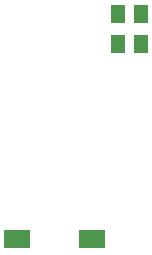
<source format=gbr>
G04 EAGLE Gerber RS-274X export*
G75*
%MOMM*%
%FSLAX34Y34*%
%LPD*%
%INSolderpaste Top*%
%IPPOS*%
%AMOC8*
5,1,8,0,0,1.08239X$1,22.5*%
G01*
%ADD10R,1.300000X1.500000*%
%ADD11R,2.300000X1.600000*%


D10*
X250800Y215900D03*
X231800Y215900D03*
X231800Y190500D03*
X250800Y190500D03*
D11*
X146300Y25400D03*
X209300Y25400D03*
M02*

</source>
